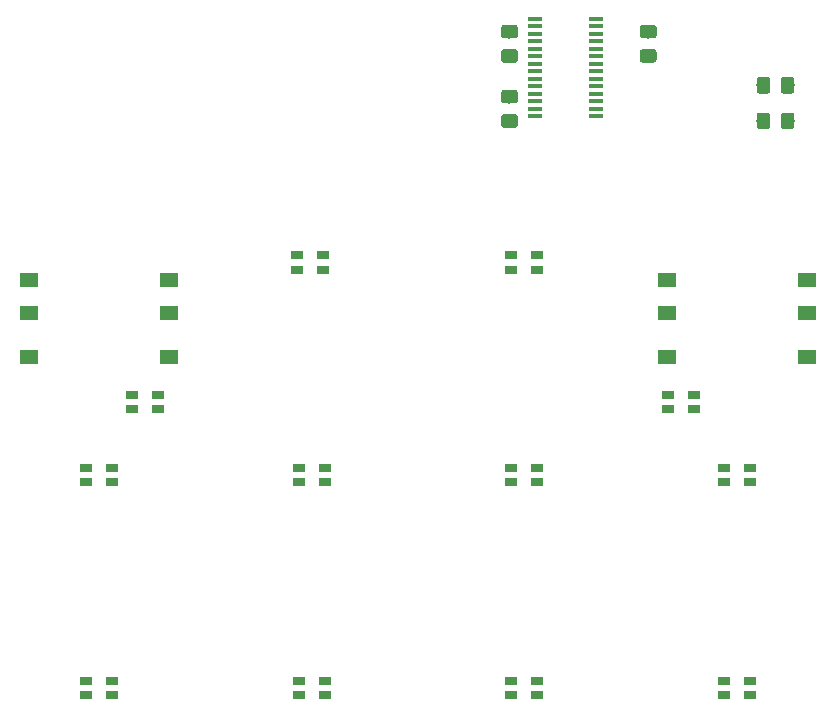
<source format=gtp>
G04 #@! TF.GenerationSoftware,KiCad,Pcbnew,(5.1.2)-1*
G04 #@! TF.CreationDate,2019-07-23T06:59:24+09:00*
G04 #@! TF.ProjectId,ORCA_MINI,4f524341-5f4d-4494-9e49-2e6b69636164,rev?*
G04 #@! TF.SameCoordinates,Original*
G04 #@! TF.FileFunction,Paste,Top*
G04 #@! TF.FilePolarity,Positive*
%FSLAX46Y46*%
G04 Gerber Fmt 4.6, Leading zero omitted, Abs format (unit mm)*
G04 Created by KiCad (PCBNEW (5.1.2)-1) date 2019-07-23 06:59:24*
%MOMM*%
%LPD*%
G04 APERTURE LIST*
%ADD10C,0.100000*%
%ADD11C,1.150000*%
%ADD12R,1.000000X0.700000*%
%ADD13R,1.600000X1.300000*%
%ADD14R,1.200000X0.400000*%
G04 APERTURE END LIST*
D10*
G36*
X152099505Y-85801204D02*
G01*
X152123773Y-85804804D01*
X152147572Y-85810765D01*
X152170671Y-85819030D01*
X152192850Y-85829520D01*
X152213893Y-85842132D01*
X152233599Y-85856747D01*
X152251777Y-85873223D01*
X152268253Y-85891401D01*
X152282868Y-85911107D01*
X152295480Y-85932150D01*
X152305970Y-85954329D01*
X152314235Y-85977428D01*
X152320196Y-86001227D01*
X152323796Y-86025495D01*
X152325000Y-86049999D01*
X152325000Y-86950001D01*
X152323796Y-86974505D01*
X152320196Y-86998773D01*
X152314235Y-87022572D01*
X152305970Y-87045671D01*
X152295480Y-87067850D01*
X152282868Y-87088893D01*
X152268253Y-87108599D01*
X152251777Y-87126777D01*
X152233599Y-87143253D01*
X152213893Y-87157868D01*
X152192850Y-87170480D01*
X152170671Y-87180970D01*
X152147572Y-87189235D01*
X152123773Y-87195196D01*
X152099505Y-87198796D01*
X152075001Y-87200000D01*
X151424999Y-87200000D01*
X151400495Y-87198796D01*
X151376227Y-87195196D01*
X151352428Y-87189235D01*
X151329329Y-87180970D01*
X151307150Y-87170480D01*
X151286107Y-87157868D01*
X151266401Y-87143253D01*
X151248223Y-87126777D01*
X151231747Y-87108599D01*
X151217132Y-87088893D01*
X151204520Y-87067850D01*
X151194030Y-87045671D01*
X151185765Y-87022572D01*
X151179804Y-86998773D01*
X151176204Y-86974505D01*
X151175000Y-86950001D01*
X151175000Y-86049999D01*
X151176204Y-86025495D01*
X151179804Y-86001227D01*
X151185765Y-85977428D01*
X151194030Y-85954329D01*
X151204520Y-85932150D01*
X151217132Y-85911107D01*
X151231747Y-85891401D01*
X151248223Y-85873223D01*
X151266401Y-85856747D01*
X151286107Y-85842132D01*
X151307150Y-85829520D01*
X151329329Y-85819030D01*
X151352428Y-85810765D01*
X151376227Y-85804804D01*
X151400495Y-85801204D01*
X151424999Y-85800000D01*
X152075001Y-85800000D01*
X152099505Y-85801204D01*
X152099505Y-85801204D01*
G37*
D11*
X151750000Y-86500000D03*
D10*
G36*
X154149505Y-85801204D02*
G01*
X154173773Y-85804804D01*
X154197572Y-85810765D01*
X154220671Y-85819030D01*
X154242850Y-85829520D01*
X154263893Y-85842132D01*
X154283599Y-85856747D01*
X154301777Y-85873223D01*
X154318253Y-85891401D01*
X154332868Y-85911107D01*
X154345480Y-85932150D01*
X154355970Y-85954329D01*
X154364235Y-85977428D01*
X154370196Y-86001227D01*
X154373796Y-86025495D01*
X154375000Y-86049999D01*
X154375000Y-86950001D01*
X154373796Y-86974505D01*
X154370196Y-86998773D01*
X154364235Y-87022572D01*
X154355970Y-87045671D01*
X154345480Y-87067850D01*
X154332868Y-87088893D01*
X154318253Y-87108599D01*
X154301777Y-87126777D01*
X154283599Y-87143253D01*
X154263893Y-87157868D01*
X154242850Y-87170480D01*
X154220671Y-87180970D01*
X154197572Y-87189235D01*
X154173773Y-87195196D01*
X154149505Y-87198796D01*
X154125001Y-87200000D01*
X153474999Y-87200000D01*
X153450495Y-87198796D01*
X153426227Y-87195196D01*
X153402428Y-87189235D01*
X153379329Y-87180970D01*
X153357150Y-87170480D01*
X153336107Y-87157868D01*
X153316401Y-87143253D01*
X153298223Y-87126777D01*
X153281747Y-87108599D01*
X153267132Y-87088893D01*
X153254520Y-87067850D01*
X153244030Y-87045671D01*
X153235765Y-87022572D01*
X153229804Y-86998773D01*
X153226204Y-86974505D01*
X153225000Y-86950001D01*
X153225000Y-86049999D01*
X153226204Y-86025495D01*
X153229804Y-86001227D01*
X153235765Y-85977428D01*
X153244030Y-85954329D01*
X153254520Y-85932150D01*
X153267132Y-85911107D01*
X153281747Y-85891401D01*
X153298223Y-85873223D01*
X153316401Y-85856747D01*
X153336107Y-85842132D01*
X153357150Y-85829520D01*
X153379329Y-85819030D01*
X153402428Y-85810765D01*
X153426227Y-85804804D01*
X153450495Y-85801204D01*
X153474999Y-85800000D01*
X154125001Y-85800000D01*
X154149505Y-85801204D01*
X154149505Y-85801204D01*
G37*
D11*
X153800000Y-86500000D03*
D10*
G36*
X154149505Y-82801204D02*
G01*
X154173773Y-82804804D01*
X154197572Y-82810765D01*
X154220671Y-82819030D01*
X154242850Y-82829520D01*
X154263893Y-82842132D01*
X154283599Y-82856747D01*
X154301777Y-82873223D01*
X154318253Y-82891401D01*
X154332868Y-82911107D01*
X154345480Y-82932150D01*
X154355970Y-82954329D01*
X154364235Y-82977428D01*
X154370196Y-83001227D01*
X154373796Y-83025495D01*
X154375000Y-83049999D01*
X154375000Y-83950001D01*
X154373796Y-83974505D01*
X154370196Y-83998773D01*
X154364235Y-84022572D01*
X154355970Y-84045671D01*
X154345480Y-84067850D01*
X154332868Y-84088893D01*
X154318253Y-84108599D01*
X154301777Y-84126777D01*
X154283599Y-84143253D01*
X154263893Y-84157868D01*
X154242850Y-84170480D01*
X154220671Y-84180970D01*
X154197572Y-84189235D01*
X154173773Y-84195196D01*
X154149505Y-84198796D01*
X154125001Y-84200000D01*
X153474999Y-84200000D01*
X153450495Y-84198796D01*
X153426227Y-84195196D01*
X153402428Y-84189235D01*
X153379329Y-84180970D01*
X153357150Y-84170480D01*
X153336107Y-84157868D01*
X153316401Y-84143253D01*
X153298223Y-84126777D01*
X153281747Y-84108599D01*
X153267132Y-84088893D01*
X153254520Y-84067850D01*
X153244030Y-84045671D01*
X153235765Y-84022572D01*
X153229804Y-83998773D01*
X153226204Y-83974505D01*
X153225000Y-83950001D01*
X153225000Y-83049999D01*
X153226204Y-83025495D01*
X153229804Y-83001227D01*
X153235765Y-82977428D01*
X153244030Y-82954329D01*
X153254520Y-82932150D01*
X153267132Y-82911107D01*
X153281747Y-82891401D01*
X153298223Y-82873223D01*
X153316401Y-82856747D01*
X153336107Y-82842132D01*
X153357150Y-82829520D01*
X153379329Y-82819030D01*
X153402428Y-82810765D01*
X153426227Y-82804804D01*
X153450495Y-82801204D01*
X153474999Y-82800000D01*
X154125001Y-82800000D01*
X154149505Y-82801204D01*
X154149505Y-82801204D01*
G37*
D11*
X153800000Y-83500000D03*
D10*
G36*
X152099505Y-82801204D02*
G01*
X152123773Y-82804804D01*
X152147572Y-82810765D01*
X152170671Y-82819030D01*
X152192850Y-82829520D01*
X152213893Y-82842132D01*
X152233599Y-82856747D01*
X152251777Y-82873223D01*
X152268253Y-82891401D01*
X152282868Y-82911107D01*
X152295480Y-82932150D01*
X152305970Y-82954329D01*
X152314235Y-82977428D01*
X152320196Y-83001227D01*
X152323796Y-83025495D01*
X152325000Y-83049999D01*
X152325000Y-83950001D01*
X152323796Y-83974505D01*
X152320196Y-83998773D01*
X152314235Y-84022572D01*
X152305970Y-84045671D01*
X152295480Y-84067850D01*
X152282868Y-84088893D01*
X152268253Y-84108599D01*
X152251777Y-84126777D01*
X152233599Y-84143253D01*
X152213893Y-84157868D01*
X152192850Y-84170480D01*
X152170671Y-84180970D01*
X152147572Y-84189235D01*
X152123773Y-84195196D01*
X152099505Y-84198796D01*
X152075001Y-84200000D01*
X151424999Y-84200000D01*
X151400495Y-84198796D01*
X151376227Y-84195196D01*
X151352428Y-84189235D01*
X151329329Y-84180970D01*
X151307150Y-84170480D01*
X151286107Y-84157868D01*
X151266401Y-84143253D01*
X151248223Y-84126777D01*
X151231747Y-84108599D01*
X151217132Y-84088893D01*
X151204520Y-84067850D01*
X151194030Y-84045671D01*
X151185765Y-84022572D01*
X151179804Y-83998773D01*
X151176204Y-83974505D01*
X151175000Y-83950001D01*
X151175000Y-83049999D01*
X151176204Y-83025495D01*
X151179804Y-83001227D01*
X151185765Y-82977428D01*
X151194030Y-82954329D01*
X151204520Y-82932150D01*
X151217132Y-82911107D01*
X151231747Y-82891401D01*
X151248223Y-82873223D01*
X151266401Y-82856747D01*
X151286107Y-82842132D01*
X151307150Y-82829520D01*
X151329329Y-82819030D01*
X151352428Y-82810765D01*
X151376227Y-82804804D01*
X151400495Y-82801204D01*
X151424999Y-82800000D01*
X152075001Y-82800000D01*
X152099505Y-82801204D01*
X152099505Y-82801204D01*
G37*
D11*
X151750000Y-83500000D03*
D10*
G36*
X130724505Y-83876204D02*
G01*
X130748773Y-83879804D01*
X130772572Y-83885765D01*
X130795671Y-83894030D01*
X130817850Y-83904520D01*
X130838893Y-83917132D01*
X130858599Y-83931747D01*
X130876777Y-83948223D01*
X130893253Y-83966401D01*
X130907868Y-83986107D01*
X130920480Y-84007150D01*
X130930970Y-84029329D01*
X130939235Y-84052428D01*
X130945196Y-84076227D01*
X130948796Y-84100495D01*
X130950000Y-84124999D01*
X130950000Y-84775001D01*
X130948796Y-84799505D01*
X130945196Y-84823773D01*
X130939235Y-84847572D01*
X130930970Y-84870671D01*
X130920480Y-84892850D01*
X130907868Y-84913893D01*
X130893253Y-84933599D01*
X130876777Y-84951777D01*
X130858599Y-84968253D01*
X130838893Y-84982868D01*
X130817850Y-84995480D01*
X130795671Y-85005970D01*
X130772572Y-85014235D01*
X130748773Y-85020196D01*
X130724505Y-85023796D01*
X130700001Y-85025000D01*
X129799999Y-85025000D01*
X129775495Y-85023796D01*
X129751227Y-85020196D01*
X129727428Y-85014235D01*
X129704329Y-85005970D01*
X129682150Y-84995480D01*
X129661107Y-84982868D01*
X129641401Y-84968253D01*
X129623223Y-84951777D01*
X129606747Y-84933599D01*
X129592132Y-84913893D01*
X129579520Y-84892850D01*
X129569030Y-84870671D01*
X129560765Y-84847572D01*
X129554804Y-84823773D01*
X129551204Y-84799505D01*
X129550000Y-84775001D01*
X129550000Y-84124999D01*
X129551204Y-84100495D01*
X129554804Y-84076227D01*
X129560765Y-84052428D01*
X129569030Y-84029329D01*
X129579520Y-84007150D01*
X129592132Y-83986107D01*
X129606747Y-83966401D01*
X129623223Y-83948223D01*
X129641401Y-83931747D01*
X129661107Y-83917132D01*
X129682150Y-83904520D01*
X129704329Y-83894030D01*
X129727428Y-83885765D01*
X129751227Y-83879804D01*
X129775495Y-83876204D01*
X129799999Y-83875000D01*
X130700001Y-83875000D01*
X130724505Y-83876204D01*
X130724505Y-83876204D01*
G37*
D11*
X130250000Y-84450000D03*
D10*
G36*
X130724505Y-85926204D02*
G01*
X130748773Y-85929804D01*
X130772572Y-85935765D01*
X130795671Y-85944030D01*
X130817850Y-85954520D01*
X130838893Y-85967132D01*
X130858599Y-85981747D01*
X130876777Y-85998223D01*
X130893253Y-86016401D01*
X130907868Y-86036107D01*
X130920480Y-86057150D01*
X130930970Y-86079329D01*
X130939235Y-86102428D01*
X130945196Y-86126227D01*
X130948796Y-86150495D01*
X130950000Y-86174999D01*
X130950000Y-86825001D01*
X130948796Y-86849505D01*
X130945196Y-86873773D01*
X130939235Y-86897572D01*
X130930970Y-86920671D01*
X130920480Y-86942850D01*
X130907868Y-86963893D01*
X130893253Y-86983599D01*
X130876777Y-87001777D01*
X130858599Y-87018253D01*
X130838893Y-87032868D01*
X130817850Y-87045480D01*
X130795671Y-87055970D01*
X130772572Y-87064235D01*
X130748773Y-87070196D01*
X130724505Y-87073796D01*
X130700001Y-87075000D01*
X129799999Y-87075000D01*
X129775495Y-87073796D01*
X129751227Y-87070196D01*
X129727428Y-87064235D01*
X129704329Y-87055970D01*
X129682150Y-87045480D01*
X129661107Y-87032868D01*
X129641401Y-87018253D01*
X129623223Y-87001777D01*
X129606747Y-86983599D01*
X129592132Y-86963893D01*
X129579520Y-86942850D01*
X129569030Y-86920671D01*
X129560765Y-86897572D01*
X129554804Y-86873773D01*
X129551204Y-86849505D01*
X129550000Y-86825001D01*
X129550000Y-86174999D01*
X129551204Y-86150495D01*
X129554804Y-86126227D01*
X129560765Y-86102428D01*
X129569030Y-86079329D01*
X129579520Y-86057150D01*
X129592132Y-86036107D01*
X129606747Y-86016401D01*
X129623223Y-85998223D01*
X129641401Y-85981747D01*
X129661107Y-85967132D01*
X129682150Y-85954520D01*
X129704329Y-85944030D01*
X129727428Y-85935765D01*
X129751227Y-85929804D01*
X129775495Y-85926204D01*
X129799999Y-85925000D01*
X130700001Y-85925000D01*
X130724505Y-85926204D01*
X130724505Y-85926204D01*
G37*
D11*
X130250000Y-86500000D03*
D10*
G36*
X142474505Y-78376204D02*
G01*
X142498773Y-78379804D01*
X142522572Y-78385765D01*
X142545671Y-78394030D01*
X142567850Y-78404520D01*
X142588893Y-78417132D01*
X142608599Y-78431747D01*
X142626777Y-78448223D01*
X142643253Y-78466401D01*
X142657868Y-78486107D01*
X142670480Y-78507150D01*
X142680970Y-78529329D01*
X142689235Y-78552428D01*
X142695196Y-78576227D01*
X142698796Y-78600495D01*
X142700000Y-78624999D01*
X142700000Y-79275001D01*
X142698796Y-79299505D01*
X142695196Y-79323773D01*
X142689235Y-79347572D01*
X142680970Y-79370671D01*
X142670480Y-79392850D01*
X142657868Y-79413893D01*
X142643253Y-79433599D01*
X142626777Y-79451777D01*
X142608599Y-79468253D01*
X142588893Y-79482868D01*
X142567850Y-79495480D01*
X142545671Y-79505970D01*
X142522572Y-79514235D01*
X142498773Y-79520196D01*
X142474505Y-79523796D01*
X142450001Y-79525000D01*
X141549999Y-79525000D01*
X141525495Y-79523796D01*
X141501227Y-79520196D01*
X141477428Y-79514235D01*
X141454329Y-79505970D01*
X141432150Y-79495480D01*
X141411107Y-79482868D01*
X141391401Y-79468253D01*
X141373223Y-79451777D01*
X141356747Y-79433599D01*
X141342132Y-79413893D01*
X141329520Y-79392850D01*
X141319030Y-79370671D01*
X141310765Y-79347572D01*
X141304804Y-79323773D01*
X141301204Y-79299505D01*
X141300000Y-79275001D01*
X141300000Y-78624999D01*
X141301204Y-78600495D01*
X141304804Y-78576227D01*
X141310765Y-78552428D01*
X141319030Y-78529329D01*
X141329520Y-78507150D01*
X141342132Y-78486107D01*
X141356747Y-78466401D01*
X141373223Y-78448223D01*
X141391401Y-78431747D01*
X141411107Y-78417132D01*
X141432150Y-78404520D01*
X141454329Y-78394030D01*
X141477428Y-78385765D01*
X141501227Y-78379804D01*
X141525495Y-78376204D01*
X141549999Y-78375000D01*
X142450001Y-78375000D01*
X142474505Y-78376204D01*
X142474505Y-78376204D01*
G37*
D11*
X142000000Y-78950000D03*
D10*
G36*
X142474505Y-80426204D02*
G01*
X142498773Y-80429804D01*
X142522572Y-80435765D01*
X142545671Y-80444030D01*
X142567850Y-80454520D01*
X142588893Y-80467132D01*
X142608599Y-80481747D01*
X142626777Y-80498223D01*
X142643253Y-80516401D01*
X142657868Y-80536107D01*
X142670480Y-80557150D01*
X142680970Y-80579329D01*
X142689235Y-80602428D01*
X142695196Y-80626227D01*
X142698796Y-80650495D01*
X142700000Y-80674999D01*
X142700000Y-81325001D01*
X142698796Y-81349505D01*
X142695196Y-81373773D01*
X142689235Y-81397572D01*
X142680970Y-81420671D01*
X142670480Y-81442850D01*
X142657868Y-81463893D01*
X142643253Y-81483599D01*
X142626777Y-81501777D01*
X142608599Y-81518253D01*
X142588893Y-81532868D01*
X142567850Y-81545480D01*
X142545671Y-81555970D01*
X142522572Y-81564235D01*
X142498773Y-81570196D01*
X142474505Y-81573796D01*
X142450001Y-81575000D01*
X141549999Y-81575000D01*
X141525495Y-81573796D01*
X141501227Y-81570196D01*
X141477428Y-81564235D01*
X141454329Y-81555970D01*
X141432150Y-81545480D01*
X141411107Y-81532868D01*
X141391401Y-81518253D01*
X141373223Y-81501777D01*
X141356747Y-81483599D01*
X141342132Y-81463893D01*
X141329520Y-81442850D01*
X141319030Y-81420671D01*
X141310765Y-81397572D01*
X141304804Y-81373773D01*
X141301204Y-81349505D01*
X141300000Y-81325001D01*
X141300000Y-80674999D01*
X141301204Y-80650495D01*
X141304804Y-80626227D01*
X141310765Y-80602428D01*
X141319030Y-80579329D01*
X141329520Y-80557150D01*
X141342132Y-80536107D01*
X141356747Y-80516401D01*
X141373223Y-80498223D01*
X141391401Y-80481747D01*
X141411107Y-80467132D01*
X141432150Y-80454520D01*
X141454329Y-80444030D01*
X141477428Y-80435765D01*
X141501227Y-80429804D01*
X141525495Y-80426204D01*
X141549999Y-80425000D01*
X142450001Y-80425000D01*
X142474505Y-80426204D01*
X142474505Y-80426204D01*
G37*
D11*
X142000000Y-81000000D03*
D10*
G36*
X130724505Y-80426204D02*
G01*
X130748773Y-80429804D01*
X130772572Y-80435765D01*
X130795671Y-80444030D01*
X130817850Y-80454520D01*
X130838893Y-80467132D01*
X130858599Y-80481747D01*
X130876777Y-80498223D01*
X130893253Y-80516401D01*
X130907868Y-80536107D01*
X130920480Y-80557150D01*
X130930970Y-80579329D01*
X130939235Y-80602428D01*
X130945196Y-80626227D01*
X130948796Y-80650495D01*
X130950000Y-80674999D01*
X130950000Y-81325001D01*
X130948796Y-81349505D01*
X130945196Y-81373773D01*
X130939235Y-81397572D01*
X130930970Y-81420671D01*
X130920480Y-81442850D01*
X130907868Y-81463893D01*
X130893253Y-81483599D01*
X130876777Y-81501777D01*
X130858599Y-81518253D01*
X130838893Y-81532868D01*
X130817850Y-81545480D01*
X130795671Y-81555970D01*
X130772572Y-81564235D01*
X130748773Y-81570196D01*
X130724505Y-81573796D01*
X130700001Y-81575000D01*
X129799999Y-81575000D01*
X129775495Y-81573796D01*
X129751227Y-81570196D01*
X129727428Y-81564235D01*
X129704329Y-81555970D01*
X129682150Y-81545480D01*
X129661107Y-81532868D01*
X129641401Y-81518253D01*
X129623223Y-81501777D01*
X129606747Y-81483599D01*
X129592132Y-81463893D01*
X129579520Y-81442850D01*
X129569030Y-81420671D01*
X129560765Y-81397572D01*
X129554804Y-81373773D01*
X129551204Y-81349505D01*
X129550000Y-81325001D01*
X129550000Y-80674999D01*
X129551204Y-80650495D01*
X129554804Y-80626227D01*
X129560765Y-80602428D01*
X129569030Y-80579329D01*
X129579520Y-80557150D01*
X129592132Y-80536107D01*
X129606747Y-80516401D01*
X129623223Y-80498223D01*
X129641401Y-80481747D01*
X129661107Y-80467132D01*
X129682150Y-80454520D01*
X129704329Y-80444030D01*
X129727428Y-80435765D01*
X129751227Y-80429804D01*
X129775495Y-80426204D01*
X129799999Y-80425000D01*
X130700001Y-80425000D01*
X130724505Y-80426204D01*
X130724505Y-80426204D01*
G37*
D11*
X130250000Y-81000000D03*
D10*
G36*
X130724505Y-78376204D02*
G01*
X130748773Y-78379804D01*
X130772572Y-78385765D01*
X130795671Y-78394030D01*
X130817850Y-78404520D01*
X130838893Y-78417132D01*
X130858599Y-78431747D01*
X130876777Y-78448223D01*
X130893253Y-78466401D01*
X130907868Y-78486107D01*
X130920480Y-78507150D01*
X130930970Y-78529329D01*
X130939235Y-78552428D01*
X130945196Y-78576227D01*
X130948796Y-78600495D01*
X130950000Y-78624999D01*
X130950000Y-79275001D01*
X130948796Y-79299505D01*
X130945196Y-79323773D01*
X130939235Y-79347572D01*
X130930970Y-79370671D01*
X130920480Y-79392850D01*
X130907868Y-79413893D01*
X130893253Y-79433599D01*
X130876777Y-79451777D01*
X130858599Y-79468253D01*
X130838893Y-79482868D01*
X130817850Y-79495480D01*
X130795671Y-79505970D01*
X130772572Y-79514235D01*
X130748773Y-79520196D01*
X130724505Y-79523796D01*
X130700001Y-79525000D01*
X129799999Y-79525000D01*
X129775495Y-79523796D01*
X129751227Y-79520196D01*
X129727428Y-79514235D01*
X129704329Y-79505970D01*
X129682150Y-79495480D01*
X129661107Y-79482868D01*
X129641401Y-79468253D01*
X129623223Y-79451777D01*
X129606747Y-79433599D01*
X129592132Y-79413893D01*
X129579520Y-79392850D01*
X129569030Y-79370671D01*
X129560765Y-79347572D01*
X129554804Y-79323773D01*
X129551204Y-79299505D01*
X129550000Y-79275001D01*
X129550000Y-78624999D01*
X129551204Y-78600495D01*
X129554804Y-78576227D01*
X129560765Y-78552428D01*
X129569030Y-78529329D01*
X129579520Y-78507150D01*
X129592132Y-78486107D01*
X129606747Y-78466401D01*
X129623223Y-78448223D01*
X129641401Y-78431747D01*
X129661107Y-78417132D01*
X129682150Y-78404520D01*
X129704329Y-78394030D01*
X129727428Y-78385765D01*
X129751227Y-78379804D01*
X129775495Y-78376204D01*
X129799999Y-78375000D01*
X130700001Y-78375000D01*
X130724505Y-78376204D01*
X130724505Y-78376204D01*
G37*
D11*
X130250000Y-78950000D03*
D12*
X100500000Y-109700000D03*
X100500000Y-110900000D03*
X98300000Y-110900000D03*
X98300000Y-109700000D03*
X112300000Y-97900000D03*
X112300000Y-99100000D03*
X114500000Y-99100000D03*
X114500000Y-97900000D03*
X130400000Y-97900000D03*
X130400000Y-99100000D03*
X132600000Y-99100000D03*
X132600000Y-97900000D03*
X145900000Y-109700000D03*
X145900000Y-110900000D03*
X143700000Y-110900000D03*
X143700000Y-109700000D03*
X148400000Y-115900000D03*
X148400000Y-117100000D03*
X150600000Y-117100000D03*
X150600000Y-115900000D03*
X132600000Y-115900000D03*
X132600000Y-117100000D03*
X130400000Y-117100000D03*
X130400000Y-115900000D03*
X112400000Y-115900000D03*
X112400000Y-117100000D03*
X114600000Y-117100000D03*
X114600000Y-115900000D03*
X96600000Y-115900000D03*
X96600000Y-117100000D03*
X94400000Y-117100000D03*
X94400000Y-115900000D03*
X94400000Y-133900000D03*
X94400000Y-135100000D03*
X96600000Y-135100000D03*
X96600000Y-133900000D03*
X114600000Y-133900000D03*
X114600000Y-135100000D03*
X112400000Y-135100000D03*
X112400000Y-133900000D03*
X130400000Y-133900000D03*
X130400000Y-135100000D03*
X132600000Y-135100000D03*
X132600000Y-133900000D03*
X150600000Y-133900000D03*
X150600000Y-135100000D03*
X148400000Y-135100000D03*
X148400000Y-133900000D03*
D13*
X101400000Y-100000000D03*
X101400000Y-102800000D03*
X101400000Y-106500000D03*
X89600000Y-106500000D03*
X89600000Y-102800000D03*
X89600000Y-100000000D03*
X143600000Y-100000000D03*
X143600000Y-102800000D03*
X143600000Y-106500000D03*
X155400000Y-106500000D03*
X155400000Y-102800000D03*
X155400000Y-100000000D03*
D14*
X137600000Y-86127500D03*
X137600000Y-85492500D03*
X137600000Y-84857500D03*
X137600000Y-84222500D03*
X137600000Y-83587500D03*
X137600000Y-82952500D03*
X137600000Y-82317500D03*
X137600000Y-81682500D03*
X137600000Y-81047500D03*
X137600000Y-80412500D03*
X137600000Y-79777500D03*
X137600000Y-79142500D03*
X137600000Y-78507500D03*
X137600000Y-77872500D03*
X132400000Y-77872500D03*
X132400000Y-78507500D03*
X132400000Y-79142500D03*
X132400000Y-79777500D03*
X132400000Y-80412500D03*
X132400000Y-81047500D03*
X132400000Y-81682500D03*
X132400000Y-82317500D03*
X132400000Y-82952500D03*
X132400000Y-83587500D03*
X132400000Y-84222500D03*
X132400000Y-84857500D03*
X132400000Y-85492500D03*
X132400000Y-86127500D03*
M02*

</source>
